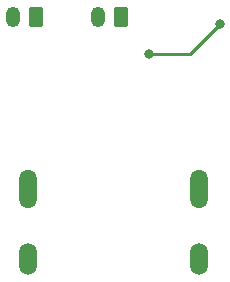
<source format=gbr>
%TF.GenerationSoftware,KiCad,Pcbnew,(6.0.5)*%
%TF.CreationDate,2022-06-07T12:24:32-06:00*%
%TF.ProjectId,15Pin_Fanout,31355069-6e5f-4466-916e-6f75742e6b69,rev?*%
%TF.SameCoordinates,Original*%
%TF.FileFunction,Copper,L2,Bot*%
%TF.FilePolarity,Positive*%
%FSLAX46Y46*%
G04 Gerber Fmt 4.6, Leading zero omitted, Abs format (unit mm)*
G04 Created by KiCad (PCBNEW (6.0.5)) date 2022-06-07 12:24:32*
%MOMM*%
%LPD*%
G01*
G04 APERTURE LIST*
G04 Aperture macros list*
%AMRoundRect*
0 Rectangle with rounded corners*
0 $1 Rounding radius*
0 $2 $3 $4 $5 $6 $7 $8 $9 X,Y pos of 4 corners*
0 Add a 4 corners polygon primitive as box body*
4,1,4,$2,$3,$4,$5,$6,$7,$8,$9,$2,$3,0*
0 Add four circle primitives for the rounded corners*
1,1,$1+$1,$2,$3*
1,1,$1+$1,$4,$5*
1,1,$1+$1,$6,$7*
1,1,$1+$1,$8,$9*
0 Add four rect primitives between the rounded corners*
20,1,$1+$1,$2,$3,$4,$5,0*
20,1,$1+$1,$4,$5,$6,$7,0*
20,1,$1+$1,$6,$7,$8,$9,0*
20,1,$1+$1,$8,$9,$2,$3,0*%
G04 Aperture macros list end*
%TA.AperFunction,ComponentPad*%
%ADD10RoundRect,0.250000X0.350000X0.625000X-0.350000X0.625000X-0.350000X-0.625000X0.350000X-0.625000X0*%
%TD*%
%TA.AperFunction,ComponentPad*%
%ADD11O,1.200000X1.750000*%
%TD*%
%TA.AperFunction,ComponentPad*%
%ADD12O,1.500000X2.700000*%
%TD*%
%TA.AperFunction,ComponentPad*%
%ADD13O,1.500000X3.300000*%
%TD*%
%TA.AperFunction,ViaPad*%
%ADD14C,0.800000*%
%TD*%
%TA.AperFunction,Conductor*%
%ADD15C,0.250000*%
%TD*%
G04 APERTURE END LIST*
D10*
%TO.P,J3,1,Pin_1*%
%TO.N,Net-(J1-Pad10)*%
X-6550000Y17100000D03*
D11*
%TO.P,J3,2,Pin_2*%
%TO.N,Net-(J1-Pad12)*%
X-8550000Y17100000D03*
%TD*%
D10*
%TO.P,J2,1,Pin_1*%
%TO.N,Net-(J1-Pad7)*%
X650000Y17100000D03*
D11*
%TO.P,J2,2,Pin_2*%
%TO.N,Net-(J1-Pad9)*%
X-1350000Y17100000D03*
%TD*%
D12*
%TO.P,J1,20*%
%TO.N,N/C*%
X7250000Y-3396000D03*
%TO.P,J1,21*%
X-7250000Y-3396000D03*
D13*
%TO.P,J1,22*%
X7250000Y2564000D03*
%TO.P,J1,23*%
X-7250000Y2564000D03*
%TD*%
D14*
%TO.N,Net-(J1-Pad4)*%
X3000000Y14000000D03*
X9000000Y16500000D03*
%TD*%
D15*
%TO.N,Net-(J1-Pad4)*%
X6500000Y14000000D02*
X9000000Y16500000D01*
X3000000Y14000000D02*
X6500000Y14000000D01*
%TD*%
M02*

</source>
